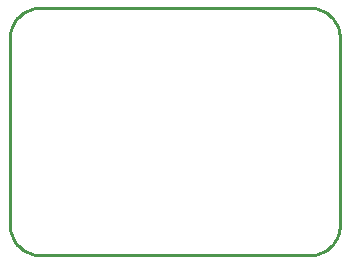
<source format=gbr>
G04 EAGLE Gerber RS-274X export*
G75*
%MOMM*%
%FSLAX34Y34*%
%LPD*%
%IN*%
%IPPOS*%
%AMOC8*
5,1,8,0,0,1.08239X$1,22.5*%
G01*
%ADD10C,0.254000*%


D10*
X0Y25400D02*
X97Y23186D01*
X386Y20989D01*
X865Y18826D01*
X1532Y16713D01*
X2380Y14666D01*
X3403Y12700D01*
X4594Y10831D01*
X5942Y9073D01*
X7440Y7440D01*
X9073Y5942D01*
X10831Y4594D01*
X12700Y3403D01*
X14666Y2380D01*
X16713Y1532D01*
X18826Y865D01*
X20989Y386D01*
X23186Y97D01*
X25400Y0D01*
X254000Y0D01*
X256214Y97D01*
X258411Y386D01*
X260574Y865D01*
X262687Y1532D01*
X264735Y2380D01*
X266700Y3403D01*
X268569Y4594D01*
X270327Y5942D01*
X271961Y7440D01*
X273458Y9073D01*
X274806Y10831D01*
X275997Y12700D01*
X277020Y14666D01*
X277868Y16713D01*
X278535Y18826D01*
X279014Y20989D01*
X279303Y23186D01*
X279400Y25400D01*
X279400Y184150D01*
X279303Y186364D01*
X279014Y188561D01*
X278535Y190724D01*
X277868Y192837D01*
X277020Y194885D01*
X275997Y196850D01*
X274806Y198719D01*
X273458Y200477D01*
X271961Y202111D01*
X270327Y203608D01*
X268569Y204956D01*
X266700Y206147D01*
X264735Y207170D01*
X262687Y208018D01*
X260574Y208685D01*
X258411Y209164D01*
X256214Y209453D01*
X254000Y209550D01*
X25400Y209550D01*
X23186Y209453D01*
X20989Y209164D01*
X18826Y208685D01*
X16713Y208018D01*
X14666Y207170D01*
X12700Y206147D01*
X10831Y204956D01*
X9073Y203608D01*
X7440Y202111D01*
X5942Y200477D01*
X4594Y198719D01*
X3403Y196850D01*
X2380Y194885D01*
X1532Y192837D01*
X865Y190724D01*
X386Y188561D01*
X97Y186364D01*
X0Y184150D01*
X0Y25400D01*
M02*

</source>
